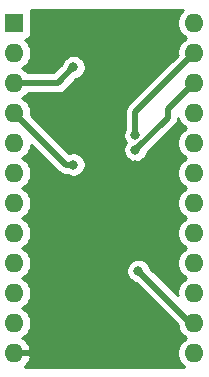
<source format=gbr>
%TF.GenerationSoftware,KiCad,Pcbnew,(5.1.6)-1*%
%TF.CreationDate,2021-05-02T13:18:50+02:00*%
%TF.ProjectId,cal-fram,63616c2d-6672-4616-9d2e-6b696361645f,rev?*%
%TF.SameCoordinates,Original*%
%TF.FileFunction,Copper,L2,Bot*%
%TF.FilePolarity,Positive*%
%FSLAX46Y46*%
G04 Gerber Fmt 4.6, Leading zero omitted, Abs format (unit mm)*
G04 Created by KiCad (PCBNEW (5.1.6)-1) date 2021-05-02 13:18:50*
%MOMM*%
%LPD*%
G01*
G04 APERTURE LIST*
%TA.AperFunction,ComponentPad*%
%ADD10O,1.600000X1.600000*%
%TD*%
%TA.AperFunction,ComponentPad*%
%ADD11R,1.600000X1.600000*%
%TD*%
%TA.AperFunction,ViaPad*%
%ADD12C,0.800000*%
%TD*%
%TA.AperFunction,Conductor*%
%ADD13C,0.500000*%
%TD*%
%TA.AperFunction,Conductor*%
%ADD14C,0.254000*%
%TD*%
G04 APERTURE END LIST*
D10*
%TO.P,J1,24*%
%TO.N,Net-(J1-Pad24)*%
X160240000Y-70000000D03*
%TO.P,J1,12*%
%TO.N,GND*%
X145000000Y-97940000D03*
%TO.P,J1,23*%
%TO.N,Net-(J1-Pad23)*%
X160240000Y-72540000D03*
%TO.P,J1,11*%
%TO.N,Net-(J1-Pad11)*%
X145000000Y-95400000D03*
%TO.P,J1,22*%
%TO.N,Net-(J1-Pad22)*%
X160240000Y-75080000D03*
%TO.P,J1,10*%
%TO.N,Net-(J1-Pad10)*%
X145000000Y-92860000D03*
%TO.P,J1,21*%
%TO.N,Net-(J1-Pad21)*%
X160240000Y-77620000D03*
%TO.P,J1,9*%
%TO.N,Net-(J1-Pad9)*%
X145000000Y-90320000D03*
%TO.P,J1,20*%
%TO.N,Net-(J1-Pad20)*%
X160240000Y-80160000D03*
%TO.P,J1,8*%
%TO.N,Net-(J1-Pad8)*%
X145000000Y-87780000D03*
%TO.P,J1,19*%
%TO.N,Net-(J1-Pad19)*%
X160240000Y-82700000D03*
%TO.P,J1,7*%
%TO.N,Net-(J1-Pad7)*%
X145000000Y-85240000D03*
%TO.P,J1,18*%
%TO.N,Net-(J1-Pad18)*%
X160240000Y-85240000D03*
%TO.P,J1,6*%
%TO.N,Net-(J1-Pad6)*%
X145000000Y-82700000D03*
%TO.P,J1,17*%
%TO.N,Net-(J1-Pad17)*%
X160240000Y-87780000D03*
%TO.P,J1,5*%
%TO.N,Net-(J1-Pad5)*%
X145000000Y-80160000D03*
%TO.P,J1,16*%
%TO.N,Net-(J1-Pad16)*%
X160240000Y-90320000D03*
%TO.P,J1,4*%
%TO.N,Net-(J1-Pad4)*%
X145000000Y-77620000D03*
%TO.P,J1,15*%
%TO.N,Net-(J1-Pad15)*%
X160240000Y-92860000D03*
%TO.P,J1,3*%
%TO.N,Net-(J1-Pad3)*%
X145000000Y-75080000D03*
%TO.P,J1,14*%
%TO.N,Net-(J1-Pad14)*%
X160240000Y-95400000D03*
%TO.P,J1,2*%
%TO.N,Net-(J1-Pad2)*%
X145000000Y-72540000D03*
%TO.P,J1,13*%
%TO.N,Net-(J1-Pad13)*%
X160240000Y-97940000D03*
D11*
%TO.P,J1,1*%
%TO.N,Net-(J1-Pad1)*%
X145000000Y-70000000D03*
%TD*%
D12*
%TO.N,GND*%
X150000000Y-92250000D03*
X150000000Y-77000000D03*
X155250000Y-82000000D03*
%TO.N,Net-(J1-Pad23)*%
X155250000Y-79500000D03*
%TO.N,Net-(J1-Pad22)*%
X155250000Y-80750000D03*
%TO.N,Net-(J1-Pad4)*%
X150000000Y-82000000D03*
%TO.N,Net-(J1-Pad3)*%
X150000000Y-73750000D03*
%TO.N,Net-(J1-Pad14)*%
X155500000Y-91000000D03*
%TD*%
D13*
%TO.N,Net-(J1-Pad23)*%
X155250000Y-77530000D02*
X160240000Y-72540000D01*
X155250000Y-79500000D02*
X155250000Y-77530000D01*
%TO.N,Net-(J1-Pad22)*%
X158000000Y-77320000D02*
X160240000Y-75080000D01*
X158000000Y-78008002D02*
X158000000Y-77320000D01*
X157991998Y-78008002D02*
X155250000Y-80750000D01*
X158000000Y-78008002D02*
X157991998Y-78008002D01*
%TO.N,Net-(J1-Pad4)*%
X149380000Y-82000000D02*
X145000000Y-77620000D01*
X150000000Y-82000000D02*
X149380000Y-82000000D01*
%TO.N,Net-(J1-Pad3)*%
X145000000Y-75080000D02*
X148670000Y-75080000D01*
X148670000Y-75080000D02*
X150000000Y-73750000D01*
%TO.N,Net-(J1-Pad14)*%
X159900000Y-95400000D02*
X160240000Y-95400000D01*
X155500000Y-91000000D02*
X159900000Y-95400000D01*
%TD*%
D14*
%TO.N,GND*%
G36*
X159125363Y-69085241D02*
G01*
X158968320Y-69320273D01*
X158860147Y-69581426D01*
X158805000Y-69858665D01*
X158805000Y-70141335D01*
X158860147Y-70418574D01*
X158968320Y-70679727D01*
X159125363Y-70914759D01*
X159325241Y-71114637D01*
X159557759Y-71270000D01*
X159325241Y-71425363D01*
X159125363Y-71625241D01*
X158968320Y-71860273D01*
X158860147Y-72121426D01*
X158805000Y-72398665D01*
X158805000Y-72681335D01*
X158811983Y-72716439D01*
X154654952Y-76873470D01*
X154621184Y-76901183D01*
X154593471Y-76934951D01*
X154593468Y-76934954D01*
X154510590Y-77035941D01*
X154428412Y-77189687D01*
X154377805Y-77356510D01*
X154360719Y-77530000D01*
X154365001Y-77573479D01*
X154365000Y-78961545D01*
X154332795Y-79009744D01*
X154254774Y-79198102D01*
X154215000Y-79398061D01*
X154215000Y-79601939D01*
X154254774Y-79801898D01*
X154332795Y-79990256D01*
X154422828Y-80125000D01*
X154332795Y-80259744D01*
X154254774Y-80448102D01*
X154215000Y-80648061D01*
X154215000Y-80851939D01*
X154254774Y-81051898D01*
X154332795Y-81240256D01*
X154446063Y-81409774D01*
X154590226Y-81553937D01*
X154759744Y-81667205D01*
X154948102Y-81745226D01*
X155148061Y-81785000D01*
X155351939Y-81785000D01*
X155551898Y-81745226D01*
X155740256Y-81667205D01*
X155909774Y-81553937D01*
X156053937Y-81409774D01*
X156167205Y-81240256D01*
X156245226Y-81051898D01*
X156256535Y-80995043D01*
X158550424Y-78701155D01*
X158628817Y-78636819D01*
X158739411Y-78502061D01*
X158821589Y-78348315D01*
X158872195Y-78181492D01*
X158881253Y-78089527D01*
X158968320Y-78299727D01*
X159125363Y-78534759D01*
X159325241Y-78734637D01*
X159557759Y-78890000D01*
X159325241Y-79045363D01*
X159125363Y-79245241D01*
X158968320Y-79480273D01*
X158860147Y-79741426D01*
X158805000Y-80018665D01*
X158805000Y-80301335D01*
X158860147Y-80578574D01*
X158968320Y-80839727D01*
X159125363Y-81074759D01*
X159325241Y-81274637D01*
X159557759Y-81430000D01*
X159325241Y-81585363D01*
X159125363Y-81785241D01*
X158968320Y-82020273D01*
X158860147Y-82281426D01*
X158805000Y-82558665D01*
X158805000Y-82841335D01*
X158860147Y-83118574D01*
X158968320Y-83379727D01*
X159125363Y-83614759D01*
X159325241Y-83814637D01*
X159557759Y-83970000D01*
X159325241Y-84125363D01*
X159125363Y-84325241D01*
X158968320Y-84560273D01*
X158860147Y-84821426D01*
X158805000Y-85098665D01*
X158805000Y-85381335D01*
X158860147Y-85658574D01*
X158968320Y-85919727D01*
X159125363Y-86154759D01*
X159325241Y-86354637D01*
X159557759Y-86510000D01*
X159325241Y-86665363D01*
X159125363Y-86865241D01*
X158968320Y-87100273D01*
X158860147Y-87361426D01*
X158805000Y-87638665D01*
X158805000Y-87921335D01*
X158860147Y-88198574D01*
X158968320Y-88459727D01*
X159125363Y-88694759D01*
X159325241Y-88894637D01*
X159557759Y-89050000D01*
X159325241Y-89205363D01*
X159125363Y-89405241D01*
X158968320Y-89640273D01*
X158860147Y-89901426D01*
X158805000Y-90178665D01*
X158805000Y-90461335D01*
X158860147Y-90738574D01*
X158968320Y-90999727D01*
X159125363Y-91234759D01*
X159325241Y-91434637D01*
X159557759Y-91590000D01*
X159325241Y-91745363D01*
X159125363Y-91945241D01*
X158968320Y-92180273D01*
X158860147Y-92441426D01*
X158805000Y-92718665D01*
X158805000Y-93001335D01*
X158817933Y-93066355D01*
X156506535Y-90754957D01*
X156495226Y-90698102D01*
X156417205Y-90509744D01*
X156303937Y-90340226D01*
X156159774Y-90196063D01*
X155990256Y-90082795D01*
X155801898Y-90004774D01*
X155601939Y-89965000D01*
X155398061Y-89965000D01*
X155198102Y-90004774D01*
X155009744Y-90082795D01*
X154840226Y-90196063D01*
X154696063Y-90340226D01*
X154582795Y-90509744D01*
X154504774Y-90698102D01*
X154465000Y-90898061D01*
X154465000Y-91101939D01*
X154504774Y-91301898D01*
X154582795Y-91490256D01*
X154696063Y-91659774D01*
X154840226Y-91803937D01*
X155009744Y-91917205D01*
X155198102Y-91995226D01*
X155254957Y-92006535D01*
X158808785Y-95560364D01*
X158860147Y-95818574D01*
X158968320Y-96079727D01*
X159125363Y-96314759D01*
X159325241Y-96514637D01*
X159557759Y-96670000D01*
X159325241Y-96825363D01*
X159125363Y-97025241D01*
X158968320Y-97260273D01*
X158860147Y-97521426D01*
X158805000Y-97798665D01*
X158805000Y-98081335D01*
X158860147Y-98358574D01*
X158968320Y-98619727D01*
X159125363Y-98854759D01*
X159325241Y-99054637D01*
X159378166Y-99090000D01*
X145857761Y-99090000D01*
X146063519Y-98903414D01*
X146231037Y-98677420D01*
X146351246Y-98423087D01*
X146391904Y-98289039D01*
X146269915Y-98067000D01*
X145127000Y-98067000D01*
X145127000Y-98087000D01*
X144873000Y-98087000D01*
X144873000Y-98067000D01*
X144853000Y-98067000D01*
X144853000Y-97813000D01*
X144873000Y-97813000D01*
X144873000Y-97793000D01*
X145127000Y-97793000D01*
X145127000Y-97813000D01*
X146269915Y-97813000D01*
X146391904Y-97590961D01*
X146351246Y-97456913D01*
X146231037Y-97202580D01*
X146063519Y-96976586D01*
X145855131Y-96787615D01*
X145669135Y-96676067D01*
X145679727Y-96671680D01*
X145914759Y-96514637D01*
X146114637Y-96314759D01*
X146271680Y-96079727D01*
X146379853Y-95818574D01*
X146435000Y-95541335D01*
X146435000Y-95258665D01*
X146379853Y-94981426D01*
X146271680Y-94720273D01*
X146114637Y-94485241D01*
X145914759Y-94285363D01*
X145682241Y-94130000D01*
X145914759Y-93974637D01*
X146114637Y-93774759D01*
X146271680Y-93539727D01*
X146379853Y-93278574D01*
X146435000Y-93001335D01*
X146435000Y-92718665D01*
X146379853Y-92441426D01*
X146271680Y-92180273D01*
X146114637Y-91945241D01*
X145914759Y-91745363D01*
X145682241Y-91590000D01*
X145914759Y-91434637D01*
X146114637Y-91234759D01*
X146271680Y-90999727D01*
X146379853Y-90738574D01*
X146435000Y-90461335D01*
X146435000Y-90178665D01*
X146379853Y-89901426D01*
X146271680Y-89640273D01*
X146114637Y-89405241D01*
X145914759Y-89205363D01*
X145682241Y-89050000D01*
X145914759Y-88894637D01*
X146114637Y-88694759D01*
X146271680Y-88459727D01*
X146379853Y-88198574D01*
X146435000Y-87921335D01*
X146435000Y-87638665D01*
X146379853Y-87361426D01*
X146271680Y-87100273D01*
X146114637Y-86865241D01*
X145914759Y-86665363D01*
X145682241Y-86510000D01*
X145914759Y-86354637D01*
X146114637Y-86154759D01*
X146271680Y-85919727D01*
X146379853Y-85658574D01*
X146435000Y-85381335D01*
X146435000Y-85098665D01*
X146379853Y-84821426D01*
X146271680Y-84560273D01*
X146114637Y-84325241D01*
X145914759Y-84125363D01*
X145682241Y-83970000D01*
X145914759Y-83814637D01*
X146114637Y-83614759D01*
X146271680Y-83379727D01*
X146379853Y-83118574D01*
X146435000Y-82841335D01*
X146435000Y-82558665D01*
X146379853Y-82281426D01*
X146271680Y-82020273D01*
X146114637Y-81785241D01*
X145914759Y-81585363D01*
X145682241Y-81430000D01*
X145914759Y-81274637D01*
X146114637Y-81074759D01*
X146271680Y-80839727D01*
X146379853Y-80578574D01*
X146434130Y-80305709D01*
X148723470Y-82595049D01*
X148751183Y-82628817D01*
X148784951Y-82656530D01*
X148784953Y-82656532D01*
X148856452Y-82715210D01*
X148885941Y-82739411D01*
X149039687Y-82821589D01*
X149206510Y-82872195D01*
X149336523Y-82885000D01*
X149336533Y-82885000D01*
X149379999Y-82889281D01*
X149423465Y-82885000D01*
X149461546Y-82885000D01*
X149509744Y-82917205D01*
X149698102Y-82995226D01*
X149898061Y-83035000D01*
X150101939Y-83035000D01*
X150301898Y-82995226D01*
X150490256Y-82917205D01*
X150659774Y-82803937D01*
X150803937Y-82659774D01*
X150917205Y-82490256D01*
X150995226Y-82301898D01*
X151035000Y-82101939D01*
X151035000Y-81898061D01*
X150995226Y-81698102D01*
X150917205Y-81509744D01*
X150803937Y-81340226D01*
X150659774Y-81196063D01*
X150490256Y-81082795D01*
X150301898Y-81004774D01*
X150101939Y-80965000D01*
X149898061Y-80965000D01*
X149698102Y-81004774D01*
X149654439Y-81022860D01*
X146428017Y-77796439D01*
X146435000Y-77761335D01*
X146435000Y-77478665D01*
X146379853Y-77201426D01*
X146271680Y-76940273D01*
X146114637Y-76705241D01*
X145914759Y-76505363D01*
X145682241Y-76350000D01*
X145914759Y-76194637D01*
X146114637Y-75994759D01*
X146134521Y-75965000D01*
X148626531Y-75965000D01*
X148670000Y-75969281D01*
X148713469Y-75965000D01*
X148713477Y-75965000D01*
X148843490Y-75952195D01*
X149010313Y-75901589D01*
X149164059Y-75819411D01*
X149298817Y-75708817D01*
X149326534Y-75675044D01*
X150245044Y-74756535D01*
X150301898Y-74745226D01*
X150490256Y-74667205D01*
X150659774Y-74553937D01*
X150803937Y-74409774D01*
X150917205Y-74240256D01*
X150995226Y-74051898D01*
X151035000Y-73851939D01*
X151035000Y-73648061D01*
X150995226Y-73448102D01*
X150917205Y-73259744D01*
X150803937Y-73090226D01*
X150659774Y-72946063D01*
X150490256Y-72832795D01*
X150301898Y-72754774D01*
X150101939Y-72715000D01*
X149898061Y-72715000D01*
X149698102Y-72754774D01*
X149509744Y-72832795D01*
X149340226Y-72946063D01*
X149196063Y-73090226D01*
X149082795Y-73259744D01*
X149004774Y-73448102D01*
X148993465Y-73504956D01*
X148303422Y-74195000D01*
X146134521Y-74195000D01*
X146114637Y-74165241D01*
X145914759Y-73965363D01*
X145682241Y-73810000D01*
X145914759Y-73654637D01*
X146114637Y-73454759D01*
X146271680Y-73219727D01*
X146379853Y-72958574D01*
X146435000Y-72681335D01*
X146435000Y-72398665D01*
X146379853Y-72121426D01*
X146271680Y-71860273D01*
X146114637Y-71625241D01*
X145916039Y-71426643D01*
X145924482Y-71425812D01*
X146044180Y-71389502D01*
X146154494Y-71330537D01*
X146251185Y-71251185D01*
X146330537Y-71154494D01*
X146389502Y-71044180D01*
X146425812Y-70924482D01*
X146438072Y-70800000D01*
X146438072Y-69200000D01*
X146425812Y-69075518D01*
X146389502Y-68955820D01*
X146365010Y-68910000D01*
X159300604Y-68910000D01*
X159125363Y-69085241D01*
G37*
X159125363Y-69085241D02*
X158968320Y-69320273D01*
X158860147Y-69581426D01*
X158805000Y-69858665D01*
X158805000Y-70141335D01*
X158860147Y-70418574D01*
X158968320Y-70679727D01*
X159125363Y-70914759D01*
X159325241Y-71114637D01*
X159557759Y-71270000D01*
X159325241Y-71425363D01*
X159125363Y-71625241D01*
X158968320Y-71860273D01*
X158860147Y-72121426D01*
X158805000Y-72398665D01*
X158805000Y-72681335D01*
X158811983Y-72716439D01*
X154654952Y-76873470D01*
X154621184Y-76901183D01*
X154593471Y-76934951D01*
X154593468Y-76934954D01*
X154510590Y-77035941D01*
X154428412Y-77189687D01*
X154377805Y-77356510D01*
X154360719Y-77530000D01*
X154365001Y-77573479D01*
X154365000Y-78961545D01*
X154332795Y-79009744D01*
X154254774Y-79198102D01*
X154215000Y-79398061D01*
X154215000Y-79601939D01*
X154254774Y-79801898D01*
X154332795Y-79990256D01*
X154422828Y-80125000D01*
X154332795Y-80259744D01*
X154254774Y-80448102D01*
X154215000Y-80648061D01*
X154215000Y-80851939D01*
X154254774Y-81051898D01*
X154332795Y-81240256D01*
X154446063Y-81409774D01*
X154590226Y-81553937D01*
X154759744Y-81667205D01*
X154948102Y-81745226D01*
X155148061Y-81785000D01*
X155351939Y-81785000D01*
X155551898Y-81745226D01*
X155740256Y-81667205D01*
X155909774Y-81553937D01*
X156053937Y-81409774D01*
X156167205Y-81240256D01*
X156245226Y-81051898D01*
X156256535Y-80995043D01*
X158550424Y-78701155D01*
X158628817Y-78636819D01*
X158739411Y-78502061D01*
X158821589Y-78348315D01*
X158872195Y-78181492D01*
X158881253Y-78089527D01*
X158968320Y-78299727D01*
X159125363Y-78534759D01*
X159325241Y-78734637D01*
X159557759Y-78890000D01*
X159325241Y-79045363D01*
X159125363Y-79245241D01*
X158968320Y-79480273D01*
X158860147Y-79741426D01*
X158805000Y-80018665D01*
X158805000Y-80301335D01*
X158860147Y-80578574D01*
X158968320Y-80839727D01*
X159125363Y-81074759D01*
X159325241Y-81274637D01*
X159557759Y-81430000D01*
X159325241Y-81585363D01*
X159125363Y-81785241D01*
X158968320Y-82020273D01*
X158860147Y-82281426D01*
X158805000Y-82558665D01*
X158805000Y-82841335D01*
X158860147Y-83118574D01*
X158968320Y-83379727D01*
X159125363Y-83614759D01*
X159325241Y-83814637D01*
X159557759Y-83970000D01*
X159325241Y-84125363D01*
X159125363Y-84325241D01*
X158968320Y-84560273D01*
X158860147Y-84821426D01*
X158805000Y-85098665D01*
X158805000Y-85381335D01*
X158860147Y-85658574D01*
X158968320Y-85919727D01*
X159125363Y-86154759D01*
X159325241Y-86354637D01*
X159557759Y-86510000D01*
X159325241Y-86665363D01*
X159125363Y-86865241D01*
X158968320Y-87100273D01*
X158860147Y-87361426D01*
X158805000Y-87638665D01*
X158805000Y-87921335D01*
X158860147Y-88198574D01*
X158968320Y-88459727D01*
X159125363Y-88694759D01*
X159325241Y-88894637D01*
X159557759Y-89050000D01*
X159325241Y-89205363D01*
X159125363Y-89405241D01*
X158968320Y-89640273D01*
X158860147Y-89901426D01*
X158805000Y-90178665D01*
X158805000Y-90461335D01*
X158860147Y-90738574D01*
X158968320Y-90999727D01*
X159125363Y-91234759D01*
X159325241Y-91434637D01*
X159557759Y-91590000D01*
X159325241Y-91745363D01*
X159125363Y-91945241D01*
X158968320Y-92180273D01*
X158860147Y-92441426D01*
X158805000Y-92718665D01*
X158805000Y-93001335D01*
X158817933Y-93066355D01*
X156506535Y-90754957D01*
X156495226Y-90698102D01*
X156417205Y-90509744D01*
X156303937Y-90340226D01*
X156159774Y-90196063D01*
X155990256Y-90082795D01*
X155801898Y-90004774D01*
X155601939Y-89965000D01*
X155398061Y-89965000D01*
X155198102Y-90004774D01*
X155009744Y-90082795D01*
X154840226Y-90196063D01*
X154696063Y-90340226D01*
X154582795Y-90509744D01*
X154504774Y-90698102D01*
X154465000Y-90898061D01*
X154465000Y-91101939D01*
X154504774Y-91301898D01*
X154582795Y-91490256D01*
X154696063Y-91659774D01*
X154840226Y-91803937D01*
X155009744Y-91917205D01*
X155198102Y-91995226D01*
X155254957Y-92006535D01*
X158808785Y-95560364D01*
X158860147Y-95818574D01*
X158968320Y-96079727D01*
X159125363Y-96314759D01*
X159325241Y-96514637D01*
X159557759Y-96670000D01*
X159325241Y-96825363D01*
X159125363Y-97025241D01*
X158968320Y-97260273D01*
X158860147Y-97521426D01*
X158805000Y-97798665D01*
X158805000Y-98081335D01*
X158860147Y-98358574D01*
X158968320Y-98619727D01*
X159125363Y-98854759D01*
X159325241Y-99054637D01*
X159378166Y-99090000D01*
X145857761Y-99090000D01*
X146063519Y-98903414D01*
X146231037Y-98677420D01*
X146351246Y-98423087D01*
X146391904Y-98289039D01*
X146269915Y-98067000D01*
X145127000Y-98067000D01*
X145127000Y-98087000D01*
X144873000Y-98087000D01*
X144873000Y-98067000D01*
X144853000Y-98067000D01*
X144853000Y-97813000D01*
X144873000Y-97813000D01*
X144873000Y-97793000D01*
X145127000Y-97793000D01*
X145127000Y-97813000D01*
X146269915Y-97813000D01*
X146391904Y-97590961D01*
X146351246Y-97456913D01*
X146231037Y-97202580D01*
X146063519Y-96976586D01*
X145855131Y-96787615D01*
X145669135Y-96676067D01*
X145679727Y-96671680D01*
X145914759Y-96514637D01*
X146114637Y-96314759D01*
X146271680Y-96079727D01*
X146379853Y-95818574D01*
X146435000Y-95541335D01*
X146435000Y-95258665D01*
X146379853Y-94981426D01*
X146271680Y-94720273D01*
X146114637Y-94485241D01*
X145914759Y-94285363D01*
X145682241Y-94130000D01*
X145914759Y-93974637D01*
X146114637Y-93774759D01*
X146271680Y-93539727D01*
X146379853Y-93278574D01*
X146435000Y-93001335D01*
X146435000Y-92718665D01*
X146379853Y-92441426D01*
X146271680Y-92180273D01*
X146114637Y-91945241D01*
X145914759Y-91745363D01*
X145682241Y-91590000D01*
X145914759Y-91434637D01*
X146114637Y-91234759D01*
X146271680Y-90999727D01*
X146379853Y-90738574D01*
X146435000Y-90461335D01*
X146435000Y-90178665D01*
X146379853Y-89901426D01*
X146271680Y-89640273D01*
X146114637Y-89405241D01*
X145914759Y-89205363D01*
X145682241Y-89050000D01*
X145914759Y-88894637D01*
X146114637Y-88694759D01*
X146271680Y-88459727D01*
X146379853Y-88198574D01*
X146435000Y-87921335D01*
X146435000Y-87638665D01*
X146379853Y-87361426D01*
X146271680Y-87100273D01*
X146114637Y-86865241D01*
X145914759Y-86665363D01*
X145682241Y-86510000D01*
X145914759Y-86354637D01*
X146114637Y-86154759D01*
X146271680Y-85919727D01*
X146379853Y-85658574D01*
X146435000Y-85381335D01*
X146435000Y-85098665D01*
X146379853Y-84821426D01*
X146271680Y-84560273D01*
X146114637Y-84325241D01*
X145914759Y-84125363D01*
X145682241Y-83970000D01*
X145914759Y-83814637D01*
X146114637Y-83614759D01*
X146271680Y-83379727D01*
X146379853Y-83118574D01*
X146435000Y-82841335D01*
X146435000Y-82558665D01*
X146379853Y-82281426D01*
X146271680Y-82020273D01*
X146114637Y-81785241D01*
X145914759Y-81585363D01*
X145682241Y-81430000D01*
X145914759Y-81274637D01*
X146114637Y-81074759D01*
X146271680Y-80839727D01*
X146379853Y-80578574D01*
X146434130Y-80305709D01*
X148723470Y-82595049D01*
X148751183Y-82628817D01*
X148784951Y-82656530D01*
X148784953Y-82656532D01*
X148856452Y-82715210D01*
X148885941Y-82739411D01*
X149039687Y-82821589D01*
X149206510Y-82872195D01*
X149336523Y-82885000D01*
X149336533Y-82885000D01*
X149379999Y-82889281D01*
X149423465Y-82885000D01*
X149461546Y-82885000D01*
X149509744Y-82917205D01*
X149698102Y-82995226D01*
X149898061Y-83035000D01*
X150101939Y-83035000D01*
X150301898Y-82995226D01*
X150490256Y-82917205D01*
X150659774Y-82803937D01*
X150803937Y-82659774D01*
X150917205Y-82490256D01*
X150995226Y-82301898D01*
X151035000Y-82101939D01*
X151035000Y-81898061D01*
X150995226Y-81698102D01*
X150917205Y-81509744D01*
X150803937Y-81340226D01*
X150659774Y-81196063D01*
X150490256Y-81082795D01*
X150301898Y-81004774D01*
X150101939Y-80965000D01*
X149898061Y-80965000D01*
X149698102Y-81004774D01*
X149654439Y-81022860D01*
X146428017Y-77796439D01*
X146435000Y-77761335D01*
X146435000Y-77478665D01*
X146379853Y-77201426D01*
X146271680Y-76940273D01*
X146114637Y-76705241D01*
X145914759Y-76505363D01*
X145682241Y-76350000D01*
X145914759Y-76194637D01*
X146114637Y-75994759D01*
X146134521Y-75965000D01*
X148626531Y-75965000D01*
X148670000Y-75969281D01*
X148713469Y-75965000D01*
X148713477Y-75965000D01*
X148843490Y-75952195D01*
X149010313Y-75901589D01*
X149164059Y-75819411D01*
X149298817Y-75708817D01*
X149326534Y-75675044D01*
X150245044Y-74756535D01*
X150301898Y-74745226D01*
X150490256Y-74667205D01*
X150659774Y-74553937D01*
X150803937Y-74409774D01*
X150917205Y-74240256D01*
X150995226Y-74051898D01*
X151035000Y-73851939D01*
X151035000Y-73648061D01*
X150995226Y-73448102D01*
X150917205Y-73259744D01*
X150803937Y-73090226D01*
X150659774Y-72946063D01*
X150490256Y-72832795D01*
X150301898Y-72754774D01*
X150101939Y-72715000D01*
X149898061Y-72715000D01*
X149698102Y-72754774D01*
X149509744Y-72832795D01*
X149340226Y-72946063D01*
X149196063Y-73090226D01*
X149082795Y-73259744D01*
X149004774Y-73448102D01*
X148993465Y-73504956D01*
X148303422Y-74195000D01*
X146134521Y-74195000D01*
X146114637Y-74165241D01*
X145914759Y-73965363D01*
X145682241Y-73810000D01*
X145914759Y-73654637D01*
X146114637Y-73454759D01*
X146271680Y-73219727D01*
X146379853Y-72958574D01*
X146435000Y-72681335D01*
X146435000Y-72398665D01*
X146379853Y-72121426D01*
X146271680Y-71860273D01*
X146114637Y-71625241D01*
X145916039Y-71426643D01*
X145924482Y-71425812D01*
X146044180Y-71389502D01*
X146154494Y-71330537D01*
X146251185Y-71251185D01*
X146330537Y-71154494D01*
X146389502Y-71044180D01*
X146425812Y-70924482D01*
X146438072Y-70800000D01*
X146438072Y-69200000D01*
X146425812Y-69075518D01*
X146389502Y-68955820D01*
X146365010Y-68910000D01*
X159300604Y-68910000D01*
X159125363Y-69085241D01*
%TD*%
M02*

</source>
